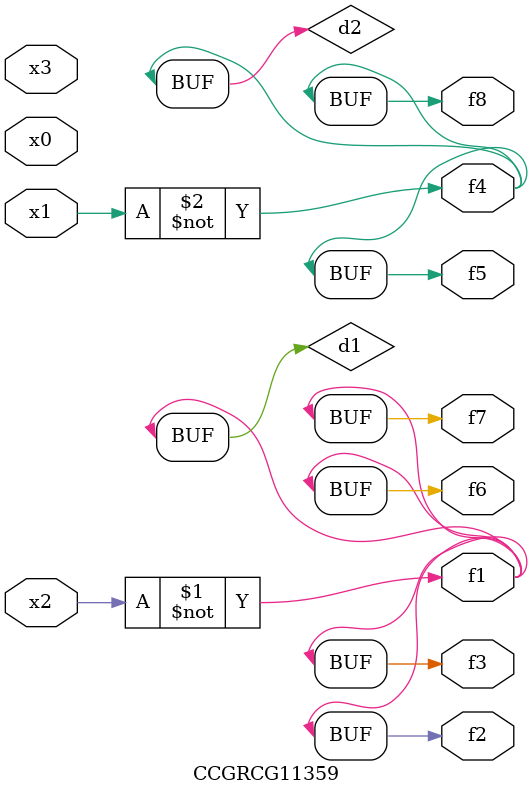
<source format=v>
module CCGRCG11359(
	input x0, x1, x2, x3,
	output f1, f2, f3, f4, f5, f6, f7, f8
);

	wire d1, d2;

	xnor (d1, x2);
	not (d2, x1);
	assign f1 = d1;
	assign f2 = d1;
	assign f3 = d1;
	assign f4 = d2;
	assign f5 = d2;
	assign f6 = d1;
	assign f7 = d1;
	assign f8 = d2;
endmodule

</source>
